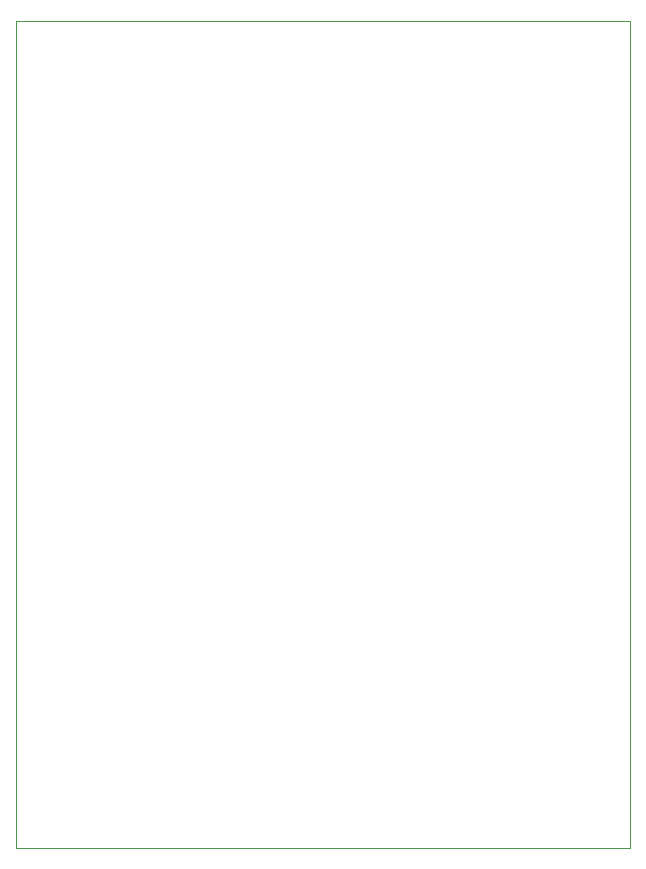
<source format=gbr>
G04 start of page 4 for group 2 idx 2 *
G04 Title: (unknown), outline *
G04 Creator: pcb 1.99z *
G04 CreationDate: Tue 03 Dec 2013 15:34:41 GMT UTC *
G04 For: rbarlow *
G04 Format: Gerber/RS-274X *
G04 PCB-Dimensions (mm): 52.00 70.00 *
G04 PCB-Coordinate-Origin: lower left *
%MOMM*%
%FSLAX43Y43*%
%LNOUTLINE*%
%ADD41C,0.100*%
G54D41*X0Y70000D02*X52000D01*
Y0D01*
X0D01*
Y70000D01*
M02*

</source>
